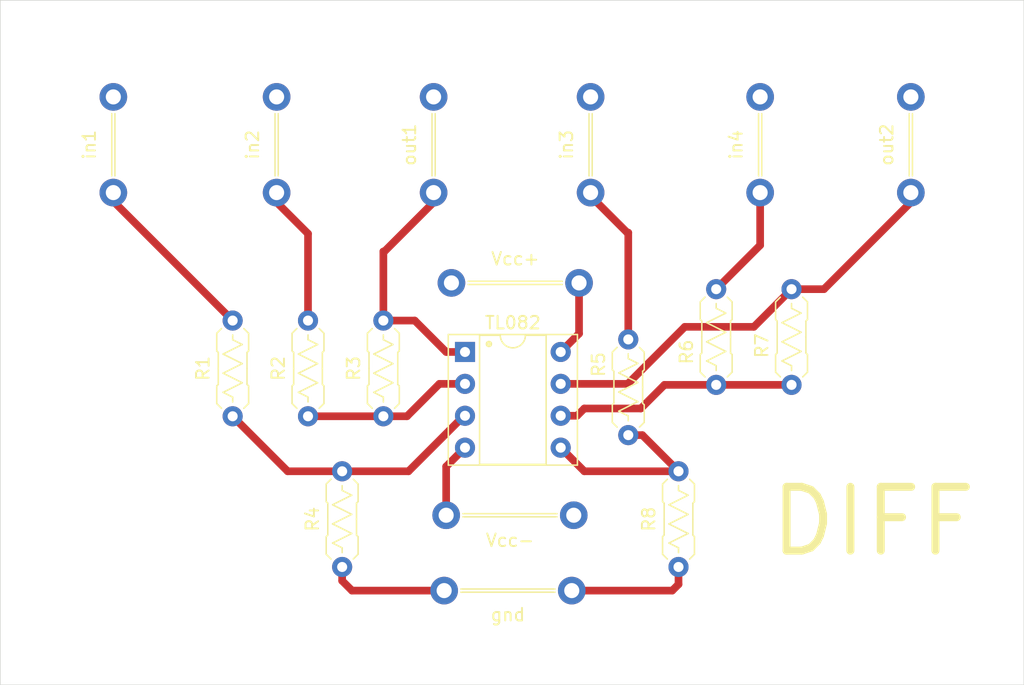
<source format=kicad_pcb>
(kicad_pcb (version 20241229) (generator "pcbnew") (generator_version "9.0")
  (title_block (title "Differential") (date "2025-03-11") (company "Landen Points"))
  (layers (0 "F.Cu" signal) (2 "B.Cu" signal) (13 "F.Paste" user) (15 "B.Paste" user) (5 "F.SilkS" user "F.Silkscreen") (7 "B.SilkS" user "B.Silkscreen") (1 "F.Mask" user) (3 "B.Mask" user) (25 "Edge.Cuts" user))
  (net 0 "")
  (footprint "PCM_Resistor_THT_US_AKL:R_Axial_DIN0207_L6.3mm_D2.5mm_P7.62mm_Horizontal" (layer "F.Cu") (at 150 111.62 90)
    (property "Reference" "R5" (at 5.62 -2.37 90) (layer "F.SilkS"))
    (property "Value" "R_Axial_DIN0207_L6.3mm_D2.5mm_P7.62mm_Horizontal" (hide yes))
    (fp_line (start 6.604 -1.27) (end 5.207 -1.27) (stroke (width 0.12)) (layer "F.SilkS"))
    (fp_line (start 5.207 -1.27) (end 5.08 -1.143) (stroke (width 0.12)) (layer "F.SilkS"))
    (fp_line (start 2.413 -1.27) (end 2.54 -1.143) (stroke (width 0.12)) (layer "F.SilkS"))
    (fp_line (start 1.016 -1.27) (end 2.413 -1.27) (stroke (width 0.12)) (layer "F.SilkS"))
    (fp_line (start 5.08 -1.143) (end 3.81 -1.143) (stroke (width 0.12)) (layer "F.SilkS"))
    (fp_line (start 2.54 -1.143) (end 3.81 -1.143) (stroke (width 0.12)) (layer "F.SilkS"))
    (fp_line (start 6.985 -0.889) (end 6.604 -1.27) (stroke (width 0.12)) (layer "F.SilkS"))
    (fp_line (start 0.635 -0.889) (end 1.016 -1.27) (stroke (width 0.12)) (layer "F.SilkS"))
    (fp_line (start 4.953 -0.762) (end 5.715 0.762) (stroke (width 0.12)) (layer "F.SilkS"))
    (fp_line (start 3.429 -0.762) (end 4.191 0.762) (stroke (width 0.12)) (layer "F.SilkS"))
    (fp_line (start 1.905 -0.762) (end 2.667 0.762) (stroke (width 0.12)) (layer "F.SilkS"))
    (fp_line (start 6.477 0) (end 6.096 0) (stroke (width 0.12)) (layer "F.SilkS"))
    (fp_line (start 1.524 0) (end 1.905 -0.762) (stroke (width 0.12)) (layer "F.SilkS"))
    (fp_line (start 1.524 0) (end 1.143 0) (stroke (width 0.12)) (layer "F.SilkS"))
    (fp_line (start 5.715 0.762) (end 6.096 0) (stroke (width 0.12)) (layer "F.SilkS"))
    (fp_line (start 4.191 0.762) (end 4.953 -0.762) (stroke (width 0.12)) (layer "F.SilkS"))
    (fp_line (start 2.667 0.762) (end 3.429 -0.762) (stroke (width 0.12)) (layer "F.SilkS"))
    (fp_line (start 6.985 0.889) (end 6.604 1.27) (stroke (width 0.12)) (layer "F.SilkS"))
    (fp_line (start 0.635 0.889) (end 1.016 1.27) (stroke (width 0.12)) (layer "F.SilkS"))
    (fp_line (start 5.08 1.143) (end 3.81 1.143) (stroke (width 0.12)) (layer "F.SilkS"))
    (fp_line (start 2.54 1.143) (end 3.81 1.143) (stroke (width 0.12)) (layer "F.SilkS"))
    (fp_line (start 6.604 1.27) (end 5.207 1.27) (stroke (width 0.12)) (layer "F.SilkS"))
    (fp_line (start 5.207 1.27) (end 5.08 1.143) (stroke (width 0.12)) (layer "F.SilkS"))
    (fp_line (start 2.413 1.27) (end 2.54 1.143) (stroke (width 0.12)) (layer "F.SilkS"))
    (fp_line (start 1.016 1.27) (end 2.413 1.27) (stroke (width 0.12)) (layer "F.SilkS"))
    (pad "1" thru_hole circle (at 0 0 90) (size 1.6 1.6) (drill 0.8) (layers "*.Cu" "*.Mask"))
    (pad "2" thru_hole oval (at 7.62 0 90) (size 1.6 1.6) (drill 0.8) (layers "*.Cu" "*.Mask"))
  )
  (footprint "PCM_Jumper_AKL:Jumper_P7.62mm_D1.2mm" (layer "F.Cu") (at 172.5 92.31 90)
    (property "Reference" "out2" (at 3.81 -1.92 90) (layer "F.SilkS"))
    (property "Value" "Jumper_P7.62mm_D1.2mm" (hide yes))
    (fp_line (start 1.3335 -0.127) (end 6.2865 -0.127) (stroke (width 0.12)) (layer "F.SilkS"))
    (fp_line (start 1.3335 0.127) (end 6.2865 0.127) (stroke (width 0.12)) (layer "F.SilkS"))
    (pad "1" thru_hole circle (at 0 0 90) (size 2.2 2.2) (drill 1.2) (layers "*.Cu" "*.Mask"))
    (pad "2" thru_hole circle (at 7.62 0 90) (size 2.2 2.2) (drill 1.2) (layers "*.Cu" "*.Mask"))
  )
  (footprint "PCM_Resistor_THT_US_AKL:R_Axial_DIN0207_L6.3mm_D2.5mm_P7.62mm_Horizontal" (layer "F.Cu") (at 118.5 110.12 90)
    (property "Reference" "R1" (at 3.81 -2.37 90) (layer "F.SilkS"))
    (property "Value" "R_Axial_DIN0207_L6.3mm_D2.5mm_P7.62mm_Horizontal" (hide yes))
    (fp_line (start 6.604 -1.27) (end 5.207 -1.27) (stroke (width 0.12)) (layer "F.SilkS"))
    (fp_line (start 5.207 -1.27) (end 5.08 -1.143) (stroke (width 0.12)) (layer "F.SilkS"))
    (fp_line (start 2.413 -1.27) (end 2.54 -1.143) (stroke (width 0.12)) (layer "F.SilkS"))
    (fp_line (start 1.016 -1.27) (end 2.413 -1.27) (stroke (width 0.12)) (layer "F.SilkS"))
    (fp_line (start 5.08 -1.143) (end 3.81 -1.143) (stroke (width 0.12)) (layer "F.SilkS"))
    (fp_line (start 2.54 -1.143) (end 3.81 -1.143) (stroke (width 0.12)) (layer "F.SilkS"))
    (fp_line (start 6.985 -0.889) (end 6.604 -1.27) (stroke (width 0.12)) (layer "F.SilkS"))
    (fp_line (start 0.635 -0.889) (end 1.016 -1.27) (stroke (width 0.12)) (layer "F.SilkS"))
    (fp_line (start 4.953 -0.762) (end 5.715 0.762) (stroke (width 0.12)) (layer "F.SilkS"))
    (fp_line (start 3.429 -0.762) (end 4.191 0.762) (stroke (width 0.12)) (layer "F.SilkS"))
    (fp_line (start 1.905 -0.762) (end 2.667 0.762) (stroke (width 0.12)) (layer "F.SilkS"))
    (fp_line (start 6.477 0) (end 6.096 0) (stroke (width 0.12)) (layer "F.SilkS"))
    (fp_line (start 1.524 0) (end 1.905 -0.762) (stroke (width 0.12)) (layer "F.SilkS"))
    (fp_line (start 1.524 0) (end 1.143 0) (stroke (width 0.12)) (layer "F.SilkS"))
    (fp_line (start 5.715 0.762) (end 6.096 0) (stroke (width 0.12)) (layer "F.SilkS"))
    (fp_line (start 4.191 0.762) (end 4.953 -0.762) (stroke (width 0.12)) (layer "F.SilkS"))
    (fp_line (start 2.667 0.762) (end 3.429 -0.762) (stroke (width 0.12)) (layer "F.SilkS"))
    (fp_line (start 6.985 0.889) (end 6.604 1.27) (stroke (width 0.12)) (layer "F.SilkS"))
    (fp_line (start 0.635 0.889) (end 1.016 1.27) (stroke (width 0.12)) (layer "F.SilkS"))
    (fp_line (start 5.08 1.143) (end 3.81 1.143) (stroke (width 0.12)) (layer "F.SilkS"))
    (fp_line (start 2.54 1.143) (end 3.81 1.143) (stroke (width 0.12)) (layer "F.SilkS"))
    (fp_line (start 6.604 1.27) (end 5.207 1.27) (stroke (width 0.12)) (layer "F.SilkS"))
    (fp_line (start 5.207 1.27) (end 5.08 1.143) (stroke (width 0.12)) (layer "F.SilkS"))
    (fp_line (start 2.413 1.27) (end 2.54 1.143) (stroke (width 0.12)) (layer "F.SilkS"))
    (fp_line (start 1.016 1.27) (end 2.413 1.27) (stroke (width 0.12)) (layer "F.SilkS"))
    (pad "1" thru_hole circle (at 0 0 90) (size 1.6 1.6) (drill 0.8) (layers "*.Cu" "*.Mask"))
    (pad "2" thru_hole oval (at 7.62 0 90) (size 1.6 1.6) (drill 0.8) (layers "*.Cu" "*.Mask"))
  )
  (footprint "PCM_Jumper_AKL:Jumper_P10.16mm_D1.2mm" (layer "F.Cu") (at 135.92 99.5)
    (property "Reference" "Vcc+" (at 5.08 -1.92 0) (layer "F.SilkS"))
    (property "Value" "Jumper_P10.16mm_D1.2mm" (hide yes))
    (fp_line (start 1.3335 -0.127) (end 8.8265 -0.127) (stroke (width 0.12)) (layer "F.SilkS"))
    (fp_line (start 1.3335 0.127) (end 8.8265 0.127) (stroke (width 0.12)) (layer "F.SilkS"))
    (pad "1" thru_hole circle (at 0 0) (size 2.2 2.2) (drill 1.2) (layers "*.Cu" "*.Mask"))
    (pad "2" thru_hole oval (at 10.16 0) (size 2.2 2.2) (drill 1.2) (layers "*.Cu" "*.Mask"))
  )
  (footprint "PCM_Jumper_AKL:Jumper_P7.62mm_D1.2mm" (layer "F.Cu") (at 122 92.31 90)
    (property "Reference" "in2" (at 3.81 -1.92 90) (layer "F.SilkS"))
    (property "Value" "Jumper_P7.62mm_D1.2mm" (hide yes))
    (fp_line (start 1.3335 -0.127) (end 6.2865 -0.127) (stroke (width 0.12)) (layer "F.SilkS"))
    (fp_line (start 1.3335 0.127) (end 6.2865 0.127) (stroke (width 0.12)) (layer "F.SilkS"))
    (pad "1" thru_hole circle (at 0 0 90) (size 2.2 2.2) (drill 1.2) (layers "*.Cu" "*.Mask"))
    (pad "2" thru_hole circle (at 7.62 0 90) (size 2.2 2.2) (drill 1.2) (layers "*.Cu" "*.Mask"))
  )
  (footprint "PCM_Jumper_AKL:Jumper_P7.62mm_D1.2mm" (layer "F.Cu") (at 160.5 92.31 90)
    (property "Reference" "in4" (at 3.81 -1.92 90) (layer "F.SilkS"))
    (property "Value" "Jumper_P7.62mm_D1.2mm" (hide yes))
    (fp_line (start 1.3335 -0.127) (end 6.2865 -0.127) (stroke (width 0.12)) (layer "F.SilkS"))
    (fp_line (start 1.3335 0.127) (end 6.2865 0.127) (stroke (width 0.12)) (layer "F.SilkS"))
    (pad "1" thru_hole circle (at 0 0 90) (size 2.2 2.2) (drill 1.2) (layers "*.Cu" "*.Mask"))
    (pad "2" thru_hole circle (at 7.62 0 90) (size 2.2 2.2) (drill 1.2) (layers "*.Cu" "*.Mask"))
  )
  (footprint "PCM_Jumper_AKL:Jumper_P10.16mm_D1.2mm" (layer "F.Cu") (at 135.5 118)
    (property "Reference" "Vcc-" (at 5.08 2 0) (layer "F.SilkS"))
    (property "Value" "Jumper_P10.16mm_D1.2mm" (hide yes))
    (fp_line (start 1.3335 -0.127) (end 8.8265 -0.127) (stroke (width 0.12)) (layer "F.SilkS"))
    (fp_line (start 1.3335 0.127) (end 8.8265 0.127) (stroke (width 0.12)) (layer "F.SilkS"))
    (pad "1" thru_hole circle (at 0 0) (size 2.2 2.2) (drill 1.2) (layers "*.Cu" "*.Mask"))
    (pad "2" thru_hole oval (at 10.16 0) (size 2.2 2.2) (drill 1.2) (layers "*.Cu" "*.Mask"))
  )
  (footprint "PCM_Jumper_AKL:Jumper_P7.62mm_D1.2mm" (layer "F.Cu") (at 109 92.31 90)
    (property "Reference" "in1" (at 3.81 -1.92 90) (layer "F.SilkS"))
    (property "Value" "Jumper_P7.62mm_D1.2mm" (hide yes))
    (fp_line (start 1.3335 -0.127) (end 6.2865 -0.127) (stroke (width 0.12)) (layer "F.SilkS"))
    (fp_line (start 1.3335 0.127) (end 6.2865 0.127) (stroke (width 0.12)) (layer "F.SilkS"))
    (pad "1" thru_hole circle (at 0 0 90) (size 2.2 2.2) (drill 1.2) (layers "*.Cu" "*.Mask"))
    (pad "2" thru_hole circle (at 7.62 0 90) (size 2.2 2.2) (drill 1.2) (layers "*.Cu" "*.Mask"))
  )
  (footprint "PCM_Resistor_THT_US_AKL:R_Axial_DIN0207_L6.3mm_D2.5mm_P7.62mm_Horizontal" (layer "F.Cu") (at 163 107.62 90)
    (property "Reference" "R7" (at 3.12 -2.37 90) (layer "F.SilkS"))
    (property "Value" "R_Axial_DIN0207_L6.3mm_D2.5mm_P7.62mm_Horizontal" (hide yes))
    (fp_line (start 6.604 -1.27) (end 5.207 -1.27) (stroke (width 0.12)) (layer "F.SilkS"))
    (fp_line (start 5.207 -1.27) (end 5.08 -1.143) (stroke (width 0.12)) (layer "F.SilkS"))
    (fp_line (start 2.413 -1.27) (end 2.54 -1.143) (stroke (width 0.12)) (layer "F.SilkS"))
    (fp_line (start 1.016 -1.27) (end 2.413 -1.27) (stroke (width 0.12)) (layer "F.SilkS"))
    (fp_line (start 5.08 -1.143) (end 3.81 -1.143) (stroke (width 0.12)) (layer "F.SilkS"))
    (fp_line (start 2.54 -1.143) (end 3.81 -1.143) (stroke (width 0.12)) (layer "F.SilkS"))
    (fp_line (start 6.985 -0.889) (end 6.604 -1.27) (stroke (width 0.12)) (layer "F.SilkS"))
    (fp_line (start 0.635 -0.889) (end 1.016 -1.27) (stroke (width 0.12)) (layer "F.SilkS"))
    (fp_line (start 4.953 -0.762) (end 5.715 0.762) (stroke (width 0.12)) (layer "F.SilkS"))
    (fp_line (start 3.429 -0.762) (end 4.191 0.762) (stroke (width 0.12)) (layer "F.SilkS"))
    (fp_line (start 1.905 -0.762) (end 2.667 0.762) (stroke (width 0.12)) (layer "F.SilkS"))
    (fp_line (start 6.477 0) (end 6.096 0) (stroke (width 0.12)) (layer "F.SilkS"))
    (fp_line (start 1.524 0) (end 1.905 -0.762) (stroke (width 0.12)) (layer "F.SilkS"))
    (fp_line (start 1.524 0) (end 1.143 0) (stroke (width 0.12)) (layer "F.SilkS"))
    (fp_line (start 5.715 0.762) (end 6.096 0) (stroke (width 0.12)) (layer "F.SilkS"))
    (fp_line (start 4.191 0.762) (end 4.953 -0.762) (stroke (width 0.12)) (layer "F.SilkS"))
    (fp_line (start 2.667 0.762) (end 3.429 -0.762) (stroke (width 0.12)) (layer "F.SilkS"))
    (fp_line (start 6.985 0.889) (end 6.604 1.27) (stroke (width 0.12)) (layer "F.SilkS"))
    (fp_line (start 0.635 0.889) (end 1.016 1.27) (stroke (width 0.12)) (layer "F.SilkS"))
    (fp_line (start 5.08 1.143) (end 3.81 1.143) (stroke (width 0.12)) (layer "F.SilkS"))
    (fp_line (start 2.54 1.143) (end 3.81 1.143) (stroke (width 0.12)) (layer "F.SilkS"))
    (fp_line (start 6.604 1.27) (end 5.207 1.27) (stroke (width 0.12)) (layer "F.SilkS"))
    (fp_line (start 5.207 1.27) (end 5.08 1.143) (stroke (width 0.12)) (layer "F.SilkS"))
    (fp_line (start 2.413 1.27) (end 2.54 1.143) (stroke (width 0.12)) (layer "F.SilkS"))
    (fp_line (start 1.016 1.27) (end 2.413 1.27) (stroke (width 0.12)) (layer "F.SilkS"))
    (pad "1" thru_hole circle (at 0 0 90) (size 1.6 1.6) (drill 0.8) (layers "*.Cu" "*.Mask"))
    (pad "2" thru_hole oval (at 7.62 0 90) (size 1.6 1.6) (drill 0.8) (layers "*.Cu" "*.Mask"))
  )
  (footprint "PCM_Resistor_THT_US_AKL:R_Axial_DIN0207_L6.3mm_D2.5mm_P7.62mm_Horizontal" (layer "F.Cu") (at 130.5 110.12 90)
    (property "Reference" "R3" (at 3.81 -2.37 90) (layer "F.SilkS"))
    (property "Value" "R_Axial_DIN0207_L6.3mm_D2.5mm_P7.62mm_Horizontal" (hide yes))
    (fp_line (start 6.604 -1.27) (end 5.207 -1.27) (stroke (width 0.12)) (layer "F.SilkS"))
    (fp_line (start 5.207 -1.27) (end 5.08 -1.143) (stroke (width 0.12)) (layer "F.SilkS"))
    (fp_line (start 2.413 -1.27) (end 2.54 -1.143) (stroke (width 0.12)) (layer "F.SilkS"))
    (fp_line (start 1.016 -1.27) (end 2.413 -1.27) (stroke (width 0.12)) (layer "F.SilkS"))
    (fp_line (start 5.08 -1.143) (end 3.81 -1.143) (stroke (width 0.12)) (layer "F.SilkS"))
    (fp_line (start 2.54 -1.143) (end 3.81 -1.143) (stroke (width 0.12)) (layer "F.SilkS"))
    (fp_line (start 6.985 -0.889) (end 6.604 -1.27) (stroke (width 0.12)) (layer "F.SilkS"))
    (fp_line (start 0.635 -0.889) (end 1.016 -1.27) (stroke (width 0.12)) (layer "F.SilkS"))
    (fp_line (start 4.953 -0.762) (end 5.715 0.762) (stroke (width 0.12)) (layer "F.SilkS"))
    (fp_line (start 3.429 -0.762) (end 4.191 0.762) (stroke (width 0.12)) (layer "F.SilkS"))
    (fp_line (start 1.905 -0.762) (end 2.667 0.762) (stroke (width 0.12)) (layer "F.SilkS"))
    (fp_line (start 6.477 0) (end 6.096 0) (stroke (width 0.12)) (layer "F.SilkS"))
    (fp_line (start 1.524 0) (end 1.905 -0.762) (stroke (width 0.12)) (layer "F.SilkS"))
    (fp_line (start 1.524 0) (end 1.143 0) (stroke (width 0.12)) (layer "F.SilkS"))
    (fp_line (start 5.715 0.762) (end 6.096 0) (stroke (width 0.12)) (layer "F.SilkS"))
    (fp_line (start 4.191 0.762) (end 4.953 -0.762) (stroke (width 0.12)) (layer "F.SilkS"))
    (fp_line (start 2.667 0.762) (end 3.429 -0.762) (stroke (width 0.12)) (layer "F.SilkS"))
    (fp_line (start 6.985 0.889) (end 6.604 1.27) (stroke (width 0.12)) (layer "F.SilkS"))
    (fp_line (start 0.635 0.889) (end 1.016 1.27) (stroke (width 0.12)) (layer "F.SilkS"))
    (fp_line (start 5.08 1.143) (end 3.81 1.143) (stroke (width 0.12)) (layer "F.SilkS"))
    (fp_line (start 2.54 1.143) (end 3.81 1.143) (stroke (width 0.12)) (layer "F.SilkS"))
    (fp_line (start 6.604 1.27) (end 5.207 1.27) (stroke (width 0.12)) (layer "F.SilkS"))
    (fp_line (start 5.207 1.27) (end 5.08 1.143) (stroke (width 0.12)) (layer "F.SilkS"))
    (fp_line (start 2.413 1.27) (end 2.54 1.143) (stroke (width 0.12)) (layer "F.SilkS"))
    (fp_line (start 1.016 1.27) (end 2.413 1.27) (stroke (width 0.12)) (layer "F.SilkS"))
    (pad "1" thru_hole circle (at 0 0 90) (size 1.6 1.6) (drill 0.8) (layers "*.Cu" "*.Mask"))
    (pad "2" thru_hole oval (at 7.62 0 90) (size 1.6 1.6) (drill 0.8) (layers "*.Cu" "*.Mask"))
  )
  (footprint "PCM_Resistor_THT_US_AKL:R_Axial_DIN0207_L6.3mm_D2.5mm_P7.62mm_Horizontal" (layer "F.Cu") (at 127.21818 122.12 90)
    (property "Reference" "R4" (at 3.81 -2.37 90) (layer "F.SilkS"))
    (property "Value" "R_Axial_DIN0207_L6.3mm_D2.5mm_P7.62mm_Horizontal" (hide yes))
    (fp_line (start 6.604 -1.27) (end 5.207 -1.27) (stroke (width 0.12)) (layer "F.SilkS"))
    (fp_line (start 5.207 -1.27) (end 5.08 -1.143) (stroke (width 0.12)) (layer "F.SilkS"))
    (fp_line (start 2.413 -1.27) (end 2.54 -1.143) (stroke (width 0.12)) (layer "F.SilkS"))
    (fp_line (start 1.016 -1.27) (end 2.413 -1.27) (stroke (width 0.12)) (layer "F.SilkS"))
    (fp_line (start 5.08 -1.143) (end 3.81 -1.143) (stroke (width 0.12)) (layer "F.SilkS"))
    (fp_line (start 2.54 -1.143) (end 3.81 -1.143) (stroke (width 0.12)) (layer "F.SilkS"))
    (fp_line (start 6.985 -0.889) (end 6.604 -1.27) (stroke (width 0.12)) (layer "F.SilkS"))
    (fp_line (start 0.635 -0.889) (end 1.016 -1.27) (stroke (width 0.12)) (layer "F.SilkS"))
    (fp_line (start 4.953 -0.762) (end 5.715 0.762) (stroke (width 0.12)) (layer "F.SilkS"))
    (fp_line (start 3.429 -0.762) (end 4.191 0.762) (stroke (width 0.12)) (layer "F.SilkS"))
    (fp_line (start 1.905 -0.762) (end 2.667 0.762) (stroke (width 0.12)) (layer "F.SilkS"))
    (fp_line (start 6.477 0) (end 6.096 0) (stroke (width 0.12)) (layer "F.SilkS"))
    (fp_line (start 1.524 0) (end 1.905 -0.762) (stroke (width 0.12)) (layer "F.SilkS"))
    (fp_line (start 1.524 0) (end 1.143 0) (stroke (width 0.12)) (layer "F.SilkS"))
    (fp_line (start 5.715 0.762) (end 6.096 0) (stroke (width 0.12)) (layer "F.SilkS"))
    (fp_line (start 4.191 0.762) (end 4.953 -0.762) (stroke (width 0.12)) (layer "F.SilkS"))
    (fp_line (start 2.667 0.762) (end 3.429 -0.762) (stroke (width 0.12)) (layer "F.SilkS"))
    (fp_line (start 6.985 0.889) (end 6.604 1.27) (stroke (width 0.12)) (layer "F.SilkS"))
    (fp_line (start 0.635 0.889) (end 1.016 1.27) (stroke (width 0.12)) (layer "F.SilkS"))
    (fp_line (start 5.08 1.143) (end 3.81 1.143) (stroke (width 0.12)) (layer "F.SilkS"))
    (fp_line (start 2.54 1.143) (end 3.81 1.143) (stroke (width 0.12)) (layer "F.SilkS"))
    (fp_line (start 6.604 1.27) (end 5.207 1.27) (stroke (width 0.12)) (layer "F.SilkS"))
    (fp_line (start 5.207 1.27) (end 5.08 1.143) (stroke (width 0.12)) (layer "F.SilkS"))
    (fp_line (start 2.413 1.27) (end 2.54 1.143) (stroke (width 0.12)) (layer "F.SilkS"))
    (fp_line (start 1.016 1.27) (end 2.413 1.27) (stroke (width 0.12)) (layer "F.SilkS"))
    (pad "1" thru_hole circle (at 0 0 90) (size 1.6 1.6) (drill 0.8) (layers "*.Cu" "*.Mask"))
    (pad "2" thru_hole oval (at 7.62 0 90) (size 1.6 1.6) (drill 0.8) (layers "*.Cu" "*.Mask"))
  )
  (footprint "PCM_Resistor_THT_US_AKL:R_Axial_DIN0207_L6.3mm_D2.5mm_P7.62mm_Horizontal" (layer "F.Cu") (at 154 122.12 90)
    (property "Reference" "R8" (at 3.81 -2.37 90) (layer "F.SilkS"))
    (property "Value" "R_Axial_DIN0207_L6.3mm_D2.5mm_P7.62mm_Horizontal" (hide yes))
    (fp_line (start 6.604 -1.27) (end 5.207 -1.27) (stroke (width 0.12)) (layer "F.SilkS"))
    (fp_line (start 5.207 -1.27) (end 5.08 -1.143) (stroke (width 0.12)) (layer "F.SilkS"))
    (fp_line (start 2.413 -1.27) (end 2.54 -1.143) (stroke (width 0.12)) (layer "F.SilkS"))
    (fp_line (start 1.016 -1.27) (end 2.413 -1.27) (stroke (width 0.12)) (layer "F.SilkS"))
    (fp_line (start 5.08 -1.143) (end 3.81 -1.143) (stroke (width 0.12)) (layer "F.SilkS"))
    (fp_line (start 2.54 -1.143) (end 3.81 -1.143) (stroke (width 0.12)) (layer "F.SilkS"))
    (fp_line (start 6.985 -0.889) (end 6.604 -1.27) (stroke (width 0.12)) (layer "F.SilkS"))
    (fp_line (start 0.635 -0.889) (end 1.016 -1.27) (stroke (width 0.12)) (layer "F.SilkS"))
    (fp_line (start 4.953 -0.762) (end 5.715 0.762) (stroke (width 0.12)) (layer "F.SilkS"))
    (fp_line (start 3.429 -0.762) (end 4.191 0.762) (stroke (width 0.12)) (layer "F.SilkS"))
    (fp_line (start 1.905 -0.762) (end 2.667 0.762) (stroke (width 0.12)) (layer "F.SilkS"))
    (fp_line (start 6.477 0) (end 6.096 0) (stroke (width 0.12)) (layer "F.SilkS"))
    (fp_line (start 1.524 0) (end 1.905 -0.762) (stroke (width 0.12)) (layer "F.SilkS"))
    (fp_line (start 1.524 0) (end 1.143 0) (stroke (width 0.12)) (layer "F.SilkS"))
    (fp_line (start 5.715 0.762) (end 6.096 0) (stroke (width 0.12)) (layer "F.SilkS"))
    (fp_line (start 4.191 0.762) (end 4.953 -0.762) (stroke (width 0.12)) (layer "F.SilkS"))
    (fp_line (start 2.667 0.762) (end 3.429 -0.762) (stroke (width 0.12)) (layer "F.SilkS"))
    (fp_line (start 6.985 0.889) (end 6.604 1.27) (stroke (width 0.12)) (layer "F.SilkS"))
    (fp_line (start 0.635 0.889) (end 1.016 1.27) (stroke (width 0.12)) (layer "F.SilkS"))
    (fp_line (start 5.08 1.143) (end 3.81 1.143) (stroke (width 0.12)) (layer "F.SilkS"))
    (fp_line (start 2.54 1.143) (end 3.81 1.143) (stroke (width 0.12)) (layer "F.SilkS"))
    (fp_line (start 6.604 1.27) (end 5.207 1.27) (stroke (width 0.12)) (layer "F.SilkS"))
    (fp_line (start 5.207 1.27) (end 5.08 1.143) (stroke (width 0.12)) (layer "F.SilkS"))
    (fp_line (start 2.413 1.27) (end 2.54 1.143) (stroke (width 0.12)) (layer "F.SilkS"))
    (fp_line (start 1.016 1.27) (end 2.413 1.27) (stroke (width 0.12)) (layer "F.SilkS"))
    (pad "1" thru_hole circle (at 0 0 90) (size 1.6 1.6) (drill 0.8) (layers "*.Cu" "*.Mask"))
    (pad "2" thru_hole oval (at 7.62 0 90) (size 1.6 1.6) (drill 0.8) (layers "*.Cu" "*.Mask"))
  )
  (footprint "PCM_Jumper_AKL:Jumper_P7.62mm_D1.2mm" (layer "F.Cu") (at 134.5 92.31 90)
    (property "Reference" "out1" (at 3.81 -1.92 90) (layer "F.SilkS"))
    (property "Value" "Jumper_P7.62mm_D1.2mm" (hide yes))
    (fp_line (start 1.3335 -0.127) (end 6.2865 -0.127) (stroke (width 0.12)) (layer "F.SilkS"))
    (fp_line (start 1.3335 0.127) (end 6.2865 0.127) (stroke (width 0.12)) (layer "F.SilkS"))
    (pad "1" thru_hole circle (at 0 0 90) (size 2.2 2.2) (drill 1.2) (layers "*.Cu" "*.Mask"))
    (pad "2" thru_hole circle (at 7.62 0 90) (size 2.2 2.2) (drill 1.2) (layers "*.Cu" "*.Mask"))
  )
  (footprint "PCM_Jumper_AKL:Jumper_P7.62mm_D1.2mm" (layer "F.Cu") (at 147 92.31 90)
    (property "Reference" "in3" (at 3.81 -1.92 90) (layer "F.SilkS"))
    (property "Value" "Jumper_P7.62mm_D1.2mm" (hide yes))
    (fp_line (start 1.3335 -0.127) (end 6.2865 -0.127) (stroke (width 0.12)) (layer "F.SilkS"))
    (fp_line (start 1.3335 0.127) (end 6.2865 0.127) (stroke (width 0.12)) (layer "F.SilkS"))
    (pad "1" thru_hole circle (at 0 0 90) (size 2.2 2.2) (drill 1.2) (layers "*.Cu" "*.Mask"))
    (pad "2" thru_hole circle (at 7.62 0 90) (size 2.2 2.2) (drill 1.2) (layers "*.Cu" "*.Mask"))
  )
  (footprint "PCM_Package_DIP_AKL:DIP-8_W7.62mm_Socket" (layer "F.Cu") (at 137 105)
    (property "Reference" "TL082" (at 3.81 -2.33 0) (layer "F.SilkS"))
    (property "Value" "DIP-8_W7.62mm_Socket" (hide yes))
    (fp_line (start -1.33 -1.39) (end -1.33 9.01) (stroke (width 0.12)) (layer "F.SilkS"))
    (fp_line (start -1.33 9.01) (end 8.95 9.01) (stroke (width 0.12)) (layer "F.SilkS"))
    (fp_line (start 1.16 -1.33) (end 1.16 8.95) (stroke (width 0.12)) (layer "F.SilkS"))
    (fp_line (start 1.16 8.95) (end 6.46 8.95) (stroke (width 0.12)) (layer "F.SilkS"))
    (fp_line (start 2.81 -1.33) (end 1.16 -1.33) (stroke (width 0.12)) (layer "F.SilkS"))
    (fp_line (start 6.46 -1.33) (end 4.81 -1.33) (stroke (width 0.12)) (layer "F.SilkS"))
    (fp_line (start 6.46 8.95) (end 6.46 -1.33) (stroke (width 0.12)) (layer "F.SilkS"))
    (fp_line (start 8.95 -1.39) (end -1.33 -1.39) (stroke (width 0.12)) (layer "F.SilkS"))
    (fp_line (start 8.95 9.01) (end 8.95 -1.39) (stroke (width 0.12)) (layer "F.SilkS"))
    (fp_arc (start 4.81 -1.33) (mid 3.81 -0.33) (end 2.81 -1.33) (stroke (width 0.12)) (layer "F.SilkS"))
    (fp_circle (center 1.905 -0.635) (end 1.955 -0.635) (stroke (width 0.12)) (fill no) (layer "F.SilkS"))
    (fp_circle (center 1.905 -0.635) (end 2.03 -0.635) (stroke (width 0.12)) (fill no) (layer "F.SilkS"))
    (fp_circle (center 1.905 -0.635) (end 2.105 -0.635) (stroke (width 0.12)) (fill no) (layer "F.SilkS"))
    (pad "1" thru_hole rect (at 0 0) (size 1.6 1.6) (drill 0.8) (layers "*.Cu" "*.Mask"))
    (pad "2" thru_hole oval (at 0 2.54) (size 1.6 1.6) (drill 0.8) (layers "*.Cu" "*.Mask"))
    (pad "3" thru_hole oval (at 0 5.08) (size 1.6 1.6) (drill 0.8) (layers "*.Cu" "*.Mask"))
    (pad "4" thru_hole oval (at 0 7.62) (size 1.6 1.6) (drill 0.8) (layers "*.Cu" "*.Mask"))
    (pad "5" thru_hole oval (at 7.62 7.62) (size 1.6 1.6) (drill 0.8) (layers "*.Cu" "*.Mask"))
    (pad "6" thru_hole oval (at 7.62 5.08) (size 1.6 1.6) (drill 0.8) (layers "*.Cu" "*.Mask"))
    (pad "7" thru_hole oval (at 7.62 2.54) (size 1.6 1.6) (drill 0.8) (layers "*.Cu" "*.Mask"))
    (pad "8" thru_hole oval (at 7.62 0) (size 1.6 1.6) (drill 0.8) (layers "*.Cu" "*.Mask"))
  )
  (footprint "PCM_Resistor_THT_US_AKL:R_Axial_DIN0207_L6.3mm_D2.5mm_P7.62mm_Horizontal" (layer "F.Cu") (at 124.5 110.12 90)
    (property "Reference" "R2" (at 3.81 -2.37 90) (layer "F.SilkS"))
    (property "Value" "R_Axial_DIN0207_L6.3mm_D2.5mm_P7.62mm_Horizontal" (hide yes))
    (fp_line (start 6.604 -1.27) (end 5.207 -1.27) (stroke (width 0.12)) (layer "F.SilkS"))
    (fp_line (start 5.207 -1.27) (end 5.08 -1.143) (stroke (width 0.12)) (layer "F.SilkS"))
    (fp_line (start 2.413 -1.27) (end 2.54 -1.143) (stroke (width 0.12)) (layer "F.SilkS"))
    (fp_line (start 1.016 -1.27) (end 2.413 -1.27) (stroke (width 0.12)) (layer "F.SilkS"))
    (fp_line (start 5.08 -1.143) (end 3.81 -1.143) (stroke (width 0.12)) (layer "F.SilkS"))
    (fp_line (start 2.54 -1.143) (end 3.81 -1.143) (stroke (width 0.12)) (layer "F.SilkS"))
    (fp_line (start 6.985 -0.889) (end 6.604 -1.27) (stroke (width 0.12)) (layer "F.SilkS"))
    (fp_line (start 0.635 -0.889) (end 1.016 -1.27) (stroke (width 0.12)) (layer "F.SilkS"))
    (fp_line (start 4.953 -0.762) (end 5.715 0.762) (stroke (width 0.12)) (layer "F.SilkS"))
    (fp_line (start 3.429 -0.762) (end 4.191 0.762) (stroke (width 0.12)) (layer "F.SilkS"))
    (fp_line (start 1.905 -0.762) (end 2.667 0.762) (stroke (width 0.12)) (layer "F.SilkS"))
    (fp_line (start 6.477 0) (end 6.096 0) (stroke (width 0.12)) (layer "F.SilkS"))
    (fp_line (start 1.524 0) (end 1.905 -0.762) (stroke (width 0.12)) (layer "F.SilkS"))
    (fp_line (start 1.524 0) (end 1.143 0) (stroke (width 0.12)) (layer "F.SilkS"))
    (fp_line (start 5.715 0.762) (end 6.096 0) (stroke (width 0.12)) (layer "F.SilkS"))
    (fp_line (start 4.191 0.762) (end 4.953 -0.762) (stroke (width 0.12)) (layer "F.SilkS"))
    (fp_line (start 2.667 0.762) (end 3.429 -0.762) (stroke (width 0.12)) (layer "F.SilkS"))
    (fp_line (start 6.985 0.889) (end 6.604 1.27) (stroke (width 0.12)) (layer "F.SilkS"))
    (fp_line (start 0.635 0.889) (end 1.016 1.27) (stroke (width 0.12)) (layer "F.SilkS"))
    (fp_line (start 5.08 1.143) (end 3.81 1.143) (stroke (width 0.12)) (layer "F.SilkS"))
    (fp_line (start 2.54 1.143) (end 3.81 1.143) (stroke (width 0.12)) (layer "F.SilkS"))
    (fp_line (start 6.604 1.27) (end 5.207 1.27) (stroke (width 0.12)) (layer "F.SilkS"))
    (fp_line (start 5.207 1.27) (end 5.08 1.143) (stroke (width 0.12)) (layer "F.SilkS"))
    (fp_line (start 2.413 1.27) (end 2.54 1.143) (stroke (width 0.12)) (layer "F.SilkS"))
    (fp_line (start 1.016 1.27) (end 2.413 1.27) (stroke (width 0.12)) (layer "F.SilkS"))
    (pad "1" thru_hole circle (at 0 0 90) (size 1.6 1.6) (drill 0.8) (layers "*.Cu" "*.Mask"))
    (pad "2" thru_hole oval (at 7.62 0 90) (size 1.6 1.6) (drill 0.8) (layers "*.Cu" "*.Mask"))
  )
  (footprint "PCM_Jumper_AKL:Jumper_P10.16mm_D1.2mm" (layer "F.Cu") (at 145.5 124 180)
    (property "Reference" "gnd" (at 5.08 -1.92 0) (layer "F.SilkS"))
    (property "Value" "Jumper_P10.16mm_D1.2mm" (hide yes))
    (fp_line (start 1.3335 0.127) (end 8.8265 0.127) (stroke (width 0.12)) (layer "F.SilkS"))
    (fp_line (start 1.3335 -0.127) (end 8.8265 -0.127) (stroke (width 0.12)) (layer "F.SilkS"))
    (pad "1" thru_hole circle (at 0 0 180) (size 2.2 2.2) (drill 1.2) (layers "*.Cu" "*.Mask"))
    (pad "2" thru_hole oval (at 10.16 0 180) (size 2.2 2.2) (drill 1.2) (layers "*.Cu" "*.Mask"))
  )
  (footprint "PCM_Resistor_THT_US_AKL:R_Axial_DIN0207_L6.3mm_D2.5mm_P7.62mm_Horizontal" (layer "F.Cu") (at 157 107.62 90)
    (property "Reference" "R6" (at 2.62 -2.37 90) (layer "F.SilkS"))
    (property "Value" "R_Axial_DIN0207_L6.3mm_D2.5mm_P7.62mm_Horizontal" (hide yes))
    (fp_line (start 6.604 -1.27) (end 5.207 -1.27) (stroke (width 0.12)) (layer "F.SilkS"))
    (fp_line (start 5.207 -1.27) (end 5.08 -1.143) (stroke (width 0.12)) (layer "F.SilkS"))
    (fp_line (start 2.413 -1.27) (end 2.54 -1.143) (stroke (width 0.12)) (layer "F.SilkS"))
    (fp_line (start 1.016 -1.27) (end 2.413 -1.27) (stroke (width 0.12)) (layer "F.SilkS"))
    (fp_line (start 5.08 -1.143) (end 3.81 -1.143) (stroke (width 0.12)) (layer "F.SilkS"))
    (fp_line (start 2.54 -1.143) (end 3.81 -1.143) (stroke (width 0.12)) (layer "F.SilkS"))
    (fp_line (start 6.985 -0.889) (end 6.604 -1.27) (stroke (width 0.12)) (layer "F.SilkS"))
    (fp_line (start 0.635 -0.889) (end 1.016 -1.27) (stroke (width 0.12)) (layer "F.SilkS"))
    (fp_line (start 4.953 -0.762) (end 5.715 0.762) (stroke (width 0.12)) (layer "F.SilkS"))
    (fp_line (start 3.429 -0.762) (end 4.191 0.762) (stroke (width 0.12)) (layer "F.SilkS"))
    (fp_line (start 1.905 -0.762) (end 2.667 0.762) (stroke (width 0.12)) (layer "F.SilkS"))
    (fp_line (start 6.477 0) (end 6.096 0) (stroke (width 0.12)) (layer "F.SilkS"))
    (fp_line (start 1.524 0) (end 1.905 -0.762) (stroke (width 0.12)) (layer "F.SilkS"))
    (fp_line (start 1.524 0) (end 1.143 0) (stroke (width 0.12)) (layer "F.SilkS"))
    (fp_line (start 5.715 0.762) (end 6.096 0) (stroke (width 0.12)) (layer "F.SilkS"))
    (fp_line (start 4.191 0.762) (end 4.953 -0.762) (stroke (width 0.12)) (layer "F.SilkS"))
    (fp_line (start 2.667 0.762) (end 3.429 -0.762) (stroke (width 0.12)) (layer "F.SilkS"))
    (fp_line (start 6.985 0.889) (end 6.604 1.27) (stroke (width 0.12)) (layer "F.SilkS"))
    (fp_line (start 0.635 0.889) (end 1.016 1.27) (stroke (width 0.12)) (layer "F.SilkS"))
    (fp_line (start 5.08 1.143) (end 3.81 1.143) (stroke (width 0.12)) (layer "F.SilkS"))
    (fp_line (start 2.54 1.143) (end 3.81 1.143) (stroke (width 0.12)) (layer "F.SilkS"))
    (fp_line (start 6.604 1.27) (end 5.207 1.27) (stroke (width 0.12)) (layer "F.SilkS"))
    (fp_line (start 5.207 1.27) (end 5.08 1.143) (stroke (width 0.12)) (layer "F.SilkS"))
    (fp_line (start 2.413 1.27) (end 2.54 1.143) (stroke (width 0.12)) (layer "F.SilkS"))
    (fp_line (start 1.016 1.27) (end 2.413 1.27) (stroke (width 0.12)) (layer "F.SilkS"))
    (pad "1" thru_hole circle (at 0 0 90) (size 1.6 1.6) (drill 0.8) (layers "*.Cu" "*.Mask"))
    (pad "2" thru_hole oval (at 7.62 0 90) (size 1.6 1.6) (drill 0.8) (layers "*.Cu" "*.Mask"))
  )
  (gr_rect (start 100 77) (end 181.5 131.5) (stroke (width 0.05)) (fill no) (layer "Edge.Cuts"))
  (gr_text "DIFF" (at 169.5 118.5 0) (layer "F.SilkS") (effects (font (size 5.08 5.08) (thickness 0.635))))
  (segment (start 124.5 110.12) (end 130.5 110.12) (width 0.6096) (layer "F.Cu") (net 0))
  (segment (start 152.88 107.62) (end 151 109.5) (width 0.6096) (layer "F.Cu") (net 0))
  (segment (start 146.08 103.54) (end 144.62 105) (width 0.6096) (layer "F.Cu") (net 0))
  (segment (start 151.12 111.62) (end 154 114.5) (width 0.6096) (layer "F.Cu") (net 0))
  (segment (start 150 104) (end 150 95.5) (width 0.6096) (layer "F.Cu") (net 0))
  (segment (start 144.62 107.54) (end 149.96 107.54) (width 0.6096) (layer "F.Cu") (net 0))
  (segment (start 136.92 110.08) (end 132.5 114.5) (width 0.6096) (layer "F.Cu") (net 0))
  (segment (start 128 124) (end 135.34 124) (width 0.6096) (layer "F.Cu") (net 0))
  (segment (start 135.5 118) (end 135.5 114.12) (width 0.6096) (layer "F.Cu") (net 0))
  (segment (start 160 103) (end 163 100) (width 0.6096) (layer "F.Cu") (net 0))
  (segment (start 157 107.62) (end 152.88 107.62) (width 0.6096) (layer "F.Cu") (net 0))
  (segment (start 124.5 102.5) (end 124.5 95.58) (width 0.6096) (layer "F.Cu") (net 0))
  (segment (start 127.21818 122.12) (end 127.21818 123.21818) (width 0.6096) (layer "F.Cu") (net 0))
  (segment (start 134.96 107.54) (end 137 107.54) (width 0.6096) (layer "F.Cu") (net 0))
  (segment (start 135.5 105) (end 133 102.5) (width 0.6096) (layer "F.Cu") (net 0))
  (segment (start 136.92 110) (end 137 110.08) (width 0.6096) (layer "F.Cu") (net 0))
  (segment (start 122.88 114.5) (end 127.21818 114.5) (width 0.6096) (layer "F.Cu") (net 0))
  (segment (start 130.58 97) (end 134.5 93.08) (width 0.6096) (layer "F.Cu") (net 0))
  (segment (start 160.5 96.5) (end 160.5 93.08) (width 0.6096) (layer "F.Cu") (net 0))
  (segment (start 154 123.5) (end 153.5 124) (width 0.6096) (layer "F.Cu") (net 0))
  (segment (start 151 109.5) (end 146.5 109.5) (width 0.6096) (layer "F.Cu") (net 0))
  (segment (start 118.5 102.5) (end 109.08 93.08) (width 0.6096) (layer "F.Cu") (net 0))
  (segment (start 137 110.08) (end 136.92 110.08) (width 0.6096) (layer "F.Cu") (net 0))
  (segment (start 127.21818 123.21818) (end 128 124) (width 0.6096) (layer "F.Cu") (net 0))
  (segment (start 154 122.12) (end 154 123.5) (width 0.6096) (layer "F.Cu") (net 0))
  (segment (start 150 95.5) (end 149.92 95.5) (width 0.6096) (layer "F.Cu") (net 0))
  (segment (start 146.08 99) (end 146.08 103.54) (width 0.6096) (layer "F.Cu") (net 0))
  (segment (start 124.5 95.58) (end 122 93.08) (width 0.6096) (layer "F.Cu") (net 0))
  (segment (start 146.5 109.5) (end 145.92 110.08) (width 0.6096) (layer "F.Cu") (net 0))
  (segment (start 130.5 110.12) (end 132.38 110.12) (width 0.6096) (layer "F.Cu") (net 0))
  (segment (start 149.96 107.54) (end 154.5 103) (width 0.6096) (layer "F.Cu") (net 0))
  (segment (start 137 105) (end 135.5 105) (width 0.6096) (layer "F.Cu") (net 0))
  (segment (start 153.5 124) (end 145.5 124) (width 0.6096) (layer "F.Cu") (net 0))
  (segment (start 132.38 110.12) (end 134.96 107.54) (width 0.6096) (layer "F.Cu") (net 0))
  (segment (start 149.92 95.5) (end 147.5 93.08) (width 0.6096) (layer "F.Cu") (net 0))
  (segment (start 154.5 103) (end 160 103) (width 0.6096) (layer "F.Cu") (net 0))
  (segment (start 130.5 102.5) (end 130.5 97) (width 0.6096) (layer "F.Cu") (net 0))
  (segment (start 165.58 100) (end 172.5 93.08) (width 0.6096) (layer "F.Cu") (net 0))
  (segment (start 135.5 114.12) (end 137 112.62) (width 0.6096) (layer "F.Cu") (net 0))
  (segment (start 118.5 102.5) (end 118.5 102) (width 0.6096) (layer "F.Cu") (net 0))
  (segment (start 109.08 93.08) (end 109 93.08) (width 0.6096) (layer "F.Cu") (net 0))
  (segment (start 150 111.62) (end 151.12 111.62) (width 0.6096) (layer "F.Cu") (net 0))
  (segment (start 133 102.5) (end 130.5 102.5) (width 0.6096) (layer "F.Cu") (net 0))
  (segment (start 154 114.5) (end 146.5 114.5) (width 0.6096) (layer "F.Cu") (net 0))
  (segment (start 163 107.62) (end 157 107.62) (width 0.6096) (layer "F.Cu") (net 0))
  (segment (start 146.5 114.5) (end 144.62 112.62) (width 0.6096) (layer "F.Cu") (net 0))
  (segment (start 163 100) (end 165.58 100) (width 0.6096) (layer "F.Cu") (net 0))
  (segment (start 130.5 97) (end 130.58 97) (width 0.6096) (layer "F.Cu") (net 0))
  (segment (start 118.5 110.12) (end 122.88 114.5) (width 0.6096) (layer "F.Cu") (net 0))
  (segment (start 145.92 110.08) (end 144.62 110.08) (width 0.6096) (layer "F.Cu") (net 0))
  (segment (start 136.96 110.12) (end 137 110.08) (width 0.6096) (layer "F.Cu") (net 0))
  (segment (start 132.5 114.5) (end 127.21818 114.5) (width 0.6096) (layer "F.Cu") (net 0))
  (segment (start 157 100) (end 160.5 96.5) (width 0.6096) (layer "F.Cu") (net 0))
)
</source>
